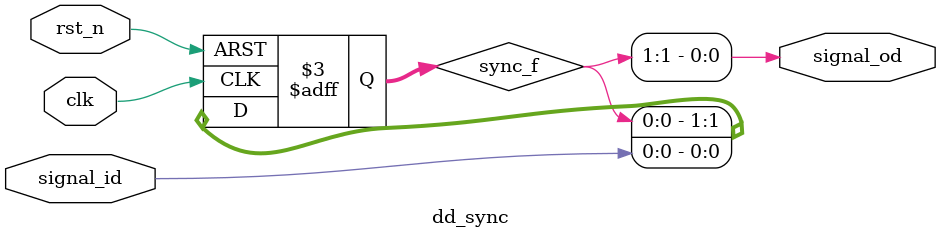
<source format=sv>
/*
 --------------------------------------------------------------------------
   Synesthesia-Moksha - Copyright (C) 2012 Gregory Matthew James.

   This file is part of Synesthesia-Moksha.

   Synesthesia-Moksha is free; you can redistribute it and/or modify
   it under the terms of the GNU General Public License as published by
   the Free Software Foundation; either version 3 of the License, or
   (at your option) any later version.

   Synesthesia-Moksha is distributed in the hope that it will be useful,
   but WITHOUT ANY WARRANTY; without even the implied warranty of
   MERCHANTABILITY or FITNESS FOR A PARTICULAR PURPOSE. See the
   GNU General Public License for more details.

   You should have received a copy of the GNU General Public License
   along with this program. If not, see <http://www.gnu.org/licenses/>.
 --------------------------------------------------------------------------
*/

/*
 --------------------------------------------------------------------------
 -- Project Code      : synesthesia-moksha
 -- Module Name       : dd_sync
 -- Author            : mammenx
 -- Associated modules: 
 -- Function          : Basic N-Stage DFLOP synchronizer
 --------------------------------------------------------------------------
*/

`timescale 1ns / 10ps


module dd_sync  #(
  //--------------------- Global parameters Declarations ------------------
  parameter P_NO_SYNC_STAGES  = 2

) (
    clk,
    rst_n,

    signal_id,

    signal_od
  );

//----------------------- Input Declarations ------------------------------
  input                       clk;
  input                       rst_n;

  input                       signal_id;


//----------------------- Output Declarations -----------------------------
  output                      signal_od;

//----------------------- Output Register Declaration ---------------------


//----------------------- Internal Register Declarations ------------------
  reg   [P_NO_SYNC_STAGES-1:0]  sync_f;

//----------------------- Internal Wire Declarations ----------------------



//----------------------- Start of Code -----------------------------------

  always@(posedge clk, negedge rst_n)
  begin
    if(~rst_n)
    begin
      sync_f                  <=  {P_NO_SYNC_STAGES{1'b0}};
    end
    else
    begin
      sync_f                  <=  {sync_f[P_NO_SYNC_STAGES-2:0],signal_id};
    end
  end

  assign  signal_od           =   sync_f[P_NO_SYNC_STAGES-1];

endmodule // dd_sync

/*
 --------------------------------------------------------------------------

 -- $Header$
 

 -- $Log$

 --------------------------------------------------------------------------
*/

</source>
